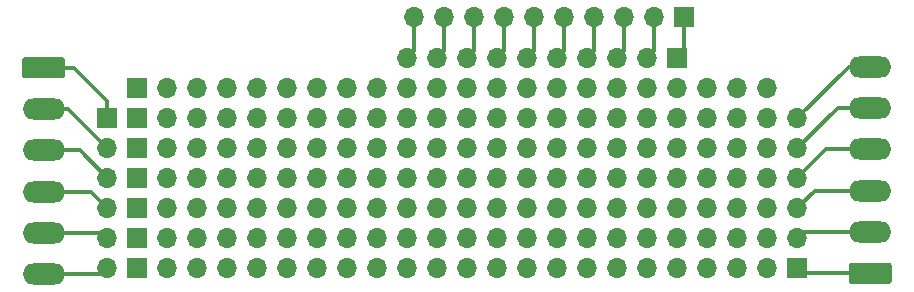
<source format=gbr>
G04 #@! TF.GenerationSoftware,KiCad,Pcbnew,(5.1.4)-1*
G04 #@! TF.CreationDate,2022-11-05T07:13:54+01:00*
G04 #@! TF.ProjectId,REG1-App-Universal,52454731-2d41-4707-902d-556e69766572,V00.02*
G04 #@! TF.SameCoordinates,Original*
G04 #@! TF.FileFunction,Copper,L2,Bot*
G04 #@! TF.FilePolarity,Positive*
%FSLAX46Y46*%
G04 Gerber Fmt 4.6, Leading zero omitted, Abs format (unit mm)*
G04 Created by KiCad (PCBNEW (5.1.4)-1) date 2022-11-05 07:13:54*
%MOMM*%
%LPD*%
G04 APERTURE LIST*
%ADD10O,1.700000X1.700000*%
%ADD11R,1.700000X1.700000*%
%ADD12O,3.600000X1.800000*%
%ADD13C,0.100000*%
%ADD14C,1.800000*%
%ADD15C,0.300000*%
G04 APERTURE END LIST*
D10*
X137780000Y-115560000D03*
X135240000Y-115560000D03*
X132700000Y-115560000D03*
X130160000Y-115560000D03*
X127620000Y-115560000D03*
X125080000Y-115560000D03*
X122540000Y-115560000D03*
X120000000Y-115560000D03*
X117460000Y-115560000D03*
X114920000Y-115560000D03*
X112380000Y-115560000D03*
X109840000Y-115560000D03*
X107300000Y-115560000D03*
X104760000Y-115560000D03*
X102220000Y-115560000D03*
X99680000Y-115560000D03*
X97140000Y-115560000D03*
X94600000Y-115560000D03*
X92060000Y-115560000D03*
X89520000Y-115560000D03*
X86980000Y-115560000D03*
D11*
X84440000Y-115560000D03*
D10*
X137780000Y-100320000D03*
X135240000Y-100320000D03*
X132700000Y-100320000D03*
X130160000Y-100320000D03*
X127620000Y-100320000D03*
X125080000Y-100320000D03*
X122540000Y-100320000D03*
X120000000Y-100320000D03*
X117460000Y-100320000D03*
X114920000Y-100320000D03*
X112380000Y-100320000D03*
X109840000Y-100320000D03*
X107300000Y-100320000D03*
X104760000Y-100320000D03*
X102220000Y-100320000D03*
X99680000Y-100320000D03*
X97140000Y-100320000D03*
X94600000Y-100320000D03*
X92060000Y-100320000D03*
X89520000Y-100320000D03*
X86980000Y-100320000D03*
D11*
X84440000Y-100320000D03*
D10*
X137780000Y-102860000D03*
X135240000Y-102860000D03*
X132700000Y-102860000D03*
X130160000Y-102860000D03*
X127620000Y-102860000D03*
X125080000Y-102860000D03*
X122540000Y-102860000D03*
X120000000Y-102860000D03*
X117460000Y-102860000D03*
X114920000Y-102860000D03*
X112380000Y-102860000D03*
X109840000Y-102860000D03*
X107300000Y-102860000D03*
X104760000Y-102860000D03*
X102220000Y-102860000D03*
X99680000Y-102860000D03*
X97140000Y-102860000D03*
X94600000Y-102860000D03*
X92060000Y-102860000D03*
X89520000Y-102860000D03*
X86980000Y-102860000D03*
D11*
X84440000Y-102860000D03*
D10*
X137780000Y-105400000D03*
X135240000Y-105400000D03*
X132700000Y-105400000D03*
X130160000Y-105400000D03*
X127620000Y-105400000D03*
X125080000Y-105400000D03*
X122540000Y-105400000D03*
X120000000Y-105400000D03*
X117460000Y-105400000D03*
X114920000Y-105400000D03*
X112380000Y-105400000D03*
X109840000Y-105400000D03*
X107300000Y-105400000D03*
X104760000Y-105400000D03*
X102220000Y-105400000D03*
X99680000Y-105400000D03*
X97140000Y-105400000D03*
X94600000Y-105400000D03*
X92060000Y-105400000D03*
X89520000Y-105400000D03*
X86980000Y-105400000D03*
D11*
X84440000Y-105400000D03*
D10*
X137780000Y-107940000D03*
X135240000Y-107940000D03*
X132700000Y-107940000D03*
X130160000Y-107940000D03*
X127620000Y-107940000D03*
X125080000Y-107940000D03*
X122540000Y-107940000D03*
X120000000Y-107940000D03*
X117460000Y-107940000D03*
X114920000Y-107940000D03*
X112380000Y-107940000D03*
X109840000Y-107940000D03*
X107300000Y-107940000D03*
X104760000Y-107940000D03*
X102220000Y-107940000D03*
X99680000Y-107940000D03*
X97140000Y-107940000D03*
X94600000Y-107940000D03*
X92060000Y-107940000D03*
X89520000Y-107940000D03*
X86980000Y-107940000D03*
D11*
X84440000Y-107940000D03*
D10*
X137780000Y-110480000D03*
X135240000Y-110480000D03*
X132700000Y-110480000D03*
X130160000Y-110480000D03*
X127620000Y-110480000D03*
X125080000Y-110480000D03*
X122540000Y-110480000D03*
X120000000Y-110480000D03*
X117460000Y-110480000D03*
X114920000Y-110480000D03*
X112380000Y-110480000D03*
X109840000Y-110480000D03*
X107300000Y-110480000D03*
X104760000Y-110480000D03*
X102220000Y-110480000D03*
X99680000Y-110480000D03*
X97140000Y-110480000D03*
X94600000Y-110480000D03*
X92060000Y-110480000D03*
X89520000Y-110480000D03*
X86980000Y-110480000D03*
D11*
X84440000Y-110480000D03*
D10*
X137780000Y-113020000D03*
X135240000Y-113020000D03*
X132700000Y-113020000D03*
X130160000Y-113020000D03*
X127620000Y-113020000D03*
X125080000Y-113020000D03*
X122540000Y-113020000D03*
X120000000Y-113020000D03*
X117460000Y-113020000D03*
X114920000Y-113020000D03*
X112380000Y-113020000D03*
X109840000Y-113020000D03*
X107300000Y-113020000D03*
X104760000Y-113020000D03*
X102220000Y-113020000D03*
X99680000Y-113020000D03*
X97140000Y-113020000D03*
X94600000Y-113020000D03*
X92060000Y-113020000D03*
X89520000Y-113020000D03*
X86980000Y-113020000D03*
D11*
X84440000Y-113020000D03*
D10*
X140320000Y-102860000D03*
X140320000Y-105400000D03*
X140320000Y-107940000D03*
X140320000Y-110480000D03*
X140320000Y-113020000D03*
D11*
X140320000Y-115560000D03*
D10*
X107300000Y-97780000D03*
X109840000Y-97780000D03*
X112380000Y-97780000D03*
X114920000Y-97780000D03*
X117460000Y-97780000D03*
X120000000Y-97780000D03*
X122540000Y-97780000D03*
X125080000Y-97780000D03*
X127620000Y-97780000D03*
D11*
X130160000Y-97780000D03*
D10*
X81900000Y-115560000D03*
X81900000Y-113020000D03*
X81900000Y-110480000D03*
X81900000Y-107940000D03*
X81900000Y-105400000D03*
D11*
X81900000Y-102860000D03*
D10*
X107900000Y-94300000D03*
X110440000Y-94300000D03*
X112980000Y-94300000D03*
X115520000Y-94300000D03*
X118060000Y-94300000D03*
X120600000Y-94300000D03*
X123140000Y-94300000D03*
X125680000Y-94300000D03*
X128220000Y-94300000D03*
D11*
X130760000Y-94300000D03*
D12*
X146500000Y-98500000D03*
X146500000Y-102000000D03*
X146500000Y-105500000D03*
X146500000Y-109000000D03*
X146500000Y-112500000D03*
D13*
G36*
X148074504Y-115101204D02*
G01*
X148098773Y-115104804D01*
X148122571Y-115110765D01*
X148145671Y-115119030D01*
X148167849Y-115129520D01*
X148188893Y-115142133D01*
X148208598Y-115156747D01*
X148226777Y-115173223D01*
X148243253Y-115191402D01*
X148257867Y-115211107D01*
X148270480Y-115232151D01*
X148280970Y-115254329D01*
X148289235Y-115277429D01*
X148295196Y-115301227D01*
X148298796Y-115325496D01*
X148300000Y-115350000D01*
X148300000Y-116650000D01*
X148298796Y-116674504D01*
X148295196Y-116698773D01*
X148289235Y-116722571D01*
X148280970Y-116745671D01*
X148270480Y-116767849D01*
X148257867Y-116788893D01*
X148243253Y-116808598D01*
X148226777Y-116826777D01*
X148208598Y-116843253D01*
X148188893Y-116857867D01*
X148167849Y-116870480D01*
X148145671Y-116880970D01*
X148122571Y-116889235D01*
X148098773Y-116895196D01*
X148074504Y-116898796D01*
X148050000Y-116900000D01*
X144950000Y-116900000D01*
X144925496Y-116898796D01*
X144901227Y-116895196D01*
X144877429Y-116889235D01*
X144854329Y-116880970D01*
X144832151Y-116870480D01*
X144811107Y-116857867D01*
X144791402Y-116843253D01*
X144773223Y-116826777D01*
X144756747Y-116808598D01*
X144742133Y-116788893D01*
X144729520Y-116767849D01*
X144719030Y-116745671D01*
X144710765Y-116722571D01*
X144704804Y-116698773D01*
X144701204Y-116674504D01*
X144700000Y-116650000D01*
X144700000Y-115350000D01*
X144701204Y-115325496D01*
X144704804Y-115301227D01*
X144710765Y-115277429D01*
X144719030Y-115254329D01*
X144729520Y-115232151D01*
X144742133Y-115211107D01*
X144756747Y-115191402D01*
X144773223Y-115173223D01*
X144791402Y-115156747D01*
X144811107Y-115142133D01*
X144832151Y-115129520D01*
X144854329Y-115119030D01*
X144877429Y-115110765D01*
X144901227Y-115104804D01*
X144925496Y-115101204D01*
X144950000Y-115100000D01*
X148050000Y-115100000D01*
X148074504Y-115101204D01*
X148074504Y-115101204D01*
G37*
D14*
X146500000Y-116000000D03*
D12*
X76500000Y-116100000D03*
X76500000Y-112600000D03*
X76500000Y-109100000D03*
X76500000Y-105600000D03*
X76500000Y-102100000D03*
D13*
G36*
X78074504Y-97701204D02*
G01*
X78098773Y-97704804D01*
X78122571Y-97710765D01*
X78145671Y-97719030D01*
X78167849Y-97729520D01*
X78188893Y-97742133D01*
X78208598Y-97756747D01*
X78226777Y-97773223D01*
X78243253Y-97791402D01*
X78257867Y-97811107D01*
X78270480Y-97832151D01*
X78280970Y-97854329D01*
X78289235Y-97877429D01*
X78295196Y-97901227D01*
X78298796Y-97925496D01*
X78300000Y-97950000D01*
X78300000Y-99250000D01*
X78298796Y-99274504D01*
X78295196Y-99298773D01*
X78289235Y-99322571D01*
X78280970Y-99345671D01*
X78270480Y-99367849D01*
X78257867Y-99388893D01*
X78243253Y-99408598D01*
X78226777Y-99426777D01*
X78208598Y-99443253D01*
X78188893Y-99457867D01*
X78167849Y-99470480D01*
X78145671Y-99480970D01*
X78122571Y-99489235D01*
X78098773Y-99495196D01*
X78074504Y-99498796D01*
X78050000Y-99500000D01*
X74950000Y-99500000D01*
X74925496Y-99498796D01*
X74901227Y-99495196D01*
X74877429Y-99489235D01*
X74854329Y-99480970D01*
X74832151Y-99470480D01*
X74811107Y-99457867D01*
X74791402Y-99443253D01*
X74773223Y-99426777D01*
X74756747Y-99408598D01*
X74742133Y-99388893D01*
X74729520Y-99367849D01*
X74719030Y-99345671D01*
X74710765Y-99322571D01*
X74704804Y-99298773D01*
X74701204Y-99274504D01*
X74700000Y-99250000D01*
X74700000Y-97950000D01*
X74701204Y-97925496D01*
X74704804Y-97901227D01*
X74710765Y-97877429D01*
X74719030Y-97854329D01*
X74729520Y-97832151D01*
X74742133Y-97811107D01*
X74756747Y-97791402D01*
X74773223Y-97773223D01*
X74791402Y-97756747D01*
X74811107Y-97742133D01*
X74832151Y-97729520D01*
X74854329Y-97719030D01*
X74877429Y-97710765D01*
X74901227Y-97704804D01*
X74925496Y-97701204D01*
X74950000Y-97700000D01*
X78050000Y-97700000D01*
X78074504Y-97701204D01*
X78074504Y-97701204D01*
G37*
D14*
X76500000Y-98600000D03*
D15*
X80520000Y-109100000D02*
X81900000Y-110480000D01*
X76500000Y-109100000D02*
X80520000Y-109100000D01*
X79560000Y-105600000D02*
X81900000Y-107940000D01*
X76500000Y-105600000D02*
X79560000Y-105600000D01*
X78600000Y-102100000D02*
X81900000Y-105400000D01*
X76500000Y-102100000D02*
X78600000Y-102100000D01*
X76500000Y-98600000D02*
X79110000Y-98600000D01*
X81900000Y-101390000D02*
X81900000Y-102860000D01*
X79110000Y-98600000D02*
X81900000Y-101390000D01*
X142760000Y-105500000D02*
X142490000Y-105770000D01*
X146500000Y-105500000D02*
X142760000Y-105500000D01*
X140320000Y-107940000D02*
X142490000Y-105770000D01*
X141800000Y-109000000D02*
X140320000Y-110480000D01*
X146500000Y-109000000D02*
X141800000Y-109000000D01*
X140840000Y-112500000D02*
X140320000Y-113020000D01*
X146500000Y-112500000D02*
X140840000Y-112500000D01*
X140760000Y-116000000D02*
X140320000Y-115560000D01*
X146500000Y-116000000D02*
X140760000Y-116000000D01*
X81360000Y-116100000D02*
X81900000Y-115560000D01*
X76500000Y-116100000D02*
X81360000Y-116100000D01*
X81480000Y-112600000D02*
X81900000Y-113020000D01*
X76500000Y-112600000D02*
X81480000Y-112600000D01*
X144680000Y-98500000D02*
X146500000Y-98500000D01*
X140320000Y-102860000D02*
X144680000Y-98500000D01*
X143720000Y-102000000D02*
X146500000Y-102000000D01*
X140320000Y-105400000D02*
X143720000Y-102000000D01*
X107900000Y-97180000D02*
X107300000Y-97780000D01*
X107900000Y-94300000D02*
X107900000Y-97180000D01*
X110440000Y-97180000D02*
X109840000Y-97780000D01*
X110440000Y-94300000D02*
X110440000Y-97180000D01*
X112980000Y-97180000D02*
X112380000Y-97780000D01*
X112980000Y-94300000D02*
X112980000Y-97180000D01*
X115520000Y-97180000D02*
X114920000Y-97780000D01*
X115520000Y-94300000D02*
X115520000Y-97180000D01*
X118060000Y-97180000D02*
X117460000Y-97780000D01*
X118060000Y-94300000D02*
X118060000Y-97180000D01*
X120600000Y-97180000D02*
X120000000Y-97780000D01*
X120600000Y-94300000D02*
X120600000Y-97180000D01*
X123140000Y-97180000D02*
X122540000Y-97780000D01*
X123140000Y-94300000D02*
X123140000Y-97180000D01*
X125680000Y-97180000D02*
X125080000Y-97780000D01*
X125680000Y-94300000D02*
X125680000Y-97180000D01*
X128220000Y-97180000D02*
X127620000Y-97780000D01*
X128220000Y-94300000D02*
X128220000Y-97180000D01*
X130760000Y-97180000D02*
X130160000Y-97780000D01*
X130760000Y-94300000D02*
X130760000Y-97180000D01*
M02*

</source>
